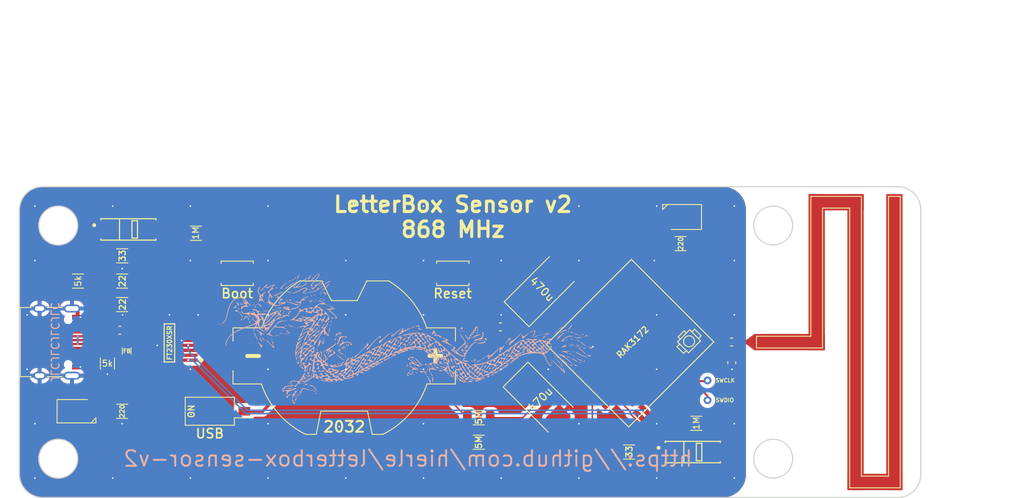
<source format=kicad_pcb>
(kicad_pcb (version 20221018) (generator pcbnew)
  (layers (0 "F.Cu" signal) (31 "B.Cu" signal) (34 "B.Paste" user) (35 "F.Paste" user) (36 "B.SilkS" user "B.Silkscreen") (37 "F.SilkS" user "F.Silkscreen") (38 "B.Mask" user) (39 "F.Mask" user) (44 "Edge.Cuts" user))
  (net 0 "")
  (net 1 "+3V3")
  (net 2 "Net-(AE1-A)")
  (net 3 "Net-(D1-LED_A)")
  (net 4 "Net-(D2-A)")
  (net 5 "GND")
  (net 6 "Net-(D3-LED_A)")
  (net 7 "RST")
  (net 8 "MOSI")
  (net 9 "SCK")
  (net 10 "MISO")
  (net 11 "SWDIO")
  (net 12 "SWCLK")
  (net 13 "SCL")
  (net 14 "ANT")
  (net 15 "SDA")
  (net 16 "RX")
  (net 17 "TX")
  (net 18 "NSS")
  (net 19 "GPIO1")
  (net 20 "GPIO2")
  (net 21 "GPIO3")
  (net 22 "GPIO4")
  (net 23 "FTDVCC")
  (net 27 "Net-(FB1-Pad2)")
  (net 28 "CC1")
  (net 30 "Net-(U3-USBDP)")
  (net 31 "Net-(U3-USBDM)")
  (net 32 "DP")
  (net 33 "DM")
  (net 35 "BOOT")
  (net 38 "3V3USB")
  (net 39 "CBUS1")
  (net 42 "CC2")
  (net 44 "ADC4")
  (net 45 "GPIO5")
  (net 47 "ADC2")
  (net 48 "GPIO6")
  (net 49 "ADC3")
  (net 50 "Net-(D4-A)")
  (footprint "Letterbox_Sensor:Broadcom-HSDL-9100-021-0-0-MFG" (layer "F.Cu") (at 114.0254 72.9996)
    (fp_text reference "D1" hide)
    (fp_text value "HSDL-9100" hide)
    (pad "1" smd rect (at -2.75 -0.55) (size 2.6 0.6) (layers "F.Cu") (net 3 "Net-(D1-LED_A)"))
    (pad "2" smd rect (at -2.75 0.55) (size 2.6 0.6) (layers "F.Cu") (net 5 "GND"))
    (pad "3" smd rect (at 2.75 0.55) (size 2.6 0.6) (layers "F.Cu" "F.Paste" "F.Mask") (net 44 "ADC4"))
    (pad "4" smd rect (at 2.75 -0.55) (size 2.6 0.6) (layers "F.Cu" "F.Paste" "F.Mask") (net 22 "GPIO4"))
  )
  (footprint "Resistor_SMD:R_1206_3216Metric" (layer "F.Cu") (at 113.225 76.4)
    (fp_text reference "R1")
    (fp_text value "33" (at 0.035 -0.004 90) (layer "F.SilkS") (effects (font (size 0.8 0.8) (thickness 0.15) bold)))
    (pad "1" smd roundrect (at -1.4625 0) (size 1.125 1.75) (layers "F.Cu" "F.Paste" "F.Mask") (roundrect_rratio 0.2222222222) (net 3 "Net-(D1-LED_A)"))
    (pad "2" smd roundrect (at 1.4625 0) (size 1.125 1.75) (layers "F.Cu" "F.Paste" "F.Mask") (roundrect_rratio 0.2222222222) (net 21 "GPIO3"))
  )
  (footprint "Resistor_SMD:R_1206_3216Metric" (layer "F.Cu") (at 185.075 74.825 180)
    (fp_text reference "R2")
    (fp_text value "220" (at -0.031 -0.005 90) (layer "F.SilkS") (effects (font (size 0.6 0.6) (thickness 0.125))))
    (pad "1" smd roundrect (at -1.4625 0 180) (size 1.125 1.75) (layers "F.Cu" "F.Paste" "F.Mask") (roundrect_rratio 0.2222222222) (net 45 "GPIO5"))
    (pad "2" smd roundrect (at 1.4625 0 180) (size 1.125 1.75) (layers "F.Cu" "F.Paste" "F.Mask") (roundrect_rratio 0.2222222222) (net 4 "Net-(D2-A)"))
  )
  (footprint "Letterbox_Sensor:LED_PLCC_2835_Handsoldering" (layer "F.Cu") (at 185.2746 71.4 180)
    (fp_text reference "D2" hide)
    (fp_text value "LED")
    (pad "1" smd rect (at -1.05 0 180) (size 2.5 2.2) (layers "F.Cu" "F.Paste" "F.Mask") (net 5 "GND"))
    (pad "2" smd rect (at 1.525 0 180) (size 1.55 2.2) (layers "F.Cu" "F.Paste" "F.Mask") (net 4 "Net-(D2-A)"))
  )
  (footprint "Capacitor_SMD:C_0603_1608Metric_Pad1.08x0.95mm_HandSolder" (layer "F.Cu") (at 191.6692 90.15 -90)
    (fp_text reference "C1")
    (fp_text value "2.7pF")
    (pad "1" smd roundrect (at -0.8625 0 270) (size 1.075 0.95) (layers "F.Cu" "F.Paste" "F.Mask") (net 14 "ANT"))
    (pad "2" smd roundrect (at 0.8625 0 270) (size 1.075 0.95) (layers "F.Cu" "F.Paste" "F.Mask") (net 5 "GND"))
  )
  (footprint "Inductor_SMD:L_0603_1608Metric" (layer "F.Cu") (at 191.6692 87.4936 180)
    (fp_text reference "L1")
    (fp_text value "1.8nH")
    (pad "1" smd roundrect (at -0.7875 0 180) (size 0.875 0.95) (layers "F.Cu" "F.Paste" "F.Mask") (net 2 "Net-(AE1-A)"))
    (pad "2" smd roundrect (at 0.7875 0 180) (size 0.875 0.95) (layers "F.Cu" "F.Paste" "F.Mask") (net 14 "ANT"))
  )
  (footprint "Letterbox_Sensor:TI-DN024-SL-SHORT" (layer "F.Cu") (at 207.6 87.5 -90)
    (fp_text reference "AE1")
    (fp_text value "Antenna")
    (fp_poly (pts (xy -19 -4) (xy 19 -4) (xy 19 -6) (xy -19 -6)) (stroke (width 0.1)) (fill solid) (layer "F.Cu"))
    (fp_poly (pts (xy -19 -1) (xy -19 6) (xy -17 6) (xy -17 -1)) (stroke (width 0.1)) (fill solid) (layer "F.Cu"))
    (fp_poly (pts (xy -19 6) (xy 1 6) (xy 1 4) (xy -19 4)) (stroke (width 0.1)) (fill solid) (layer "F.Cu"))
    (fp_poly (pts (xy 1 13) (xy -1 13) (xy -1 4) (xy 1 4)) (stroke (width 0.1)) (fill solid) (layer "F.Cu"))
    (fp_poly (pts (xy 1 13) (xy -1 13) (xy -0.25 14) (xy 0.25 14)) (stroke (width 0.1)) (fill solid) (layer "F.Cu"))
    (fp_poly (pts (xy 19 -6) (xy 19 1) (xy 17 1) (xy 17 -6)) (stroke (width 0.1)) (fill solid) (layer "F.Cu"))
    (fp_poly (pts (xy 19 1) (xy -19 1) (xy -19 -1) (xy 19 -1)) (stroke (width 0.1)) (fill solid) (layer "F.Cu"))
    (pad "1" smd rect (at 0 14.2 270) (size 0.6 0.4) (layers "F.Cu") (net 2 "Net-(AE1-A)"))
  )
  (footprint "Letterbox_Sensor:BatteryHolder_MPD_BU2032SM-FH_2032" (layer "F.Cu") (at 141.8 89.275 180)
    (fp_text reference "J1")
    (fp_text value "2032" (at 0 -9.125 180) (layer "F.SilkS") (effects (font (size 1.4 1.4) (thickness 0.25) bold)))
    (fp_text user "+" (at -11.725 -0.125 180 unlocked) (layer "F.SilkS") (effects (font (size 2 2) (thickness 0.5) bold)))
    (fp_text user "-" (at 11.725 -0.15 180 unlocked) (layer "F.SilkS") (effects (font (size 2 2) (thickness 0.5) bold)))
    (pad "1" smd rect (at -14.68 0 180) (size 2.54 3.51) (layers "F.Cu" "F.Paste" "F.Mask") (net 1 "+3V3"))
    (pad "2" smd rect (at 14.68 0 180) (size 2.54 3.51) (layers "F.Cu" "F.Paste" "F.Mask") (net 5 "GND"))
  )
  (footprint "Resistor_SMD:R_1206_3216Metric" (layer "F.Cu") (at 122.725 73.5)
    (fp_text reference "R4")
    (fp_text value "1M" (at -0.046 -0.028 90) (layer "F.SilkS") (effects (font (size 0.8 0.8) (thickness 0.125))))
    (pad "1" smd roundrect (at -1.4625 0) (size 1.125 1.75) (layers "F.Cu" "F.Paste" "F.Mask") (roundrect_rratio 0.2222222222) (net 44 "ADC4"))
    (pad "2" smd roundrect (at 1.4625 0) (size 1.125 1.75) (layers "F.Cu" "F.Paste" "F.Mask") (roundrect_rratio 0.2222222222) (net 5 "GND"))
  )
  (footprint "Letterbox_Sensor:SW_Push_SPST_NO_Alps_SKRK" (layer "F.Cu") (at 155.775 78.65 180)
    (fp_text reference "SW2")
    (fp_text value "Reset" (at 0.025 -2.6 180) (layer "F.SilkS") (effects (font (size 1.2 1.2) (thickness 0.2) bold)))
    (pad "1" smd roundrect (at -2.2 0 180) (size 1 2) (layers "F.Cu" "F.Paste" "F.Mask") (net 7 "RST"))
    (pad "2" smd roundrect (at 2.2 0 180) (size 1 2) (layers "F.Cu" "F.Paste" "F.Mask") (net 5 "GND"))
  )
  (footprint "Resistor_SMD:R_1206_3216Metric" (layer "F.Cu") (at 113.225 79.65)
    (fp_text reference "R12")
    (fp_text value "22" (at 0.0268 0.0016 90) (layer "F.SilkS") (effects (font (size 0.8 0.8) (thickness 0.15) bold)))
    (pad "1" smd roundrect (at -1.4625 0) (size 1.125 1.75) (layers "F.Cu" "F.Paste" "F.Mask") (roundrect_rratio 0.2222222222) (net 32 "DP"))
    (pad "2" smd roundrect (at 1.4625 0) (size 1.125 1.75) (layers "F.Cu" "F.Paste" "F.Mask") (roundrect_rratio 0.2222222222) (net 30 "Net-(U3-USBDP)"))
  )
  (footprint "Letterbox_Sensor:LED_PLCC_2835_Handsoldering" (layer "F.Cu") (at 107.35 96.4)
    (fp_text reference "D4" hide)
    (fp_text value "LED")
    (pad "1" smd rect (at -1.05 0) (size 2.5 2.2) (layers "F.Cu" "F.Paste" "F.Mask") (net 39 "CBUS1"))
    (pad "2" smd rect (at 1.525 0) (size 1.55 2.2) (layers "F.Cu" "F.Paste" "F.Mask") (net 50 "Net-(D4-A)"))
  )
  (footprint "Resistor_SMD:R_1206_3216Metric" (layer "F.Cu") (at 178.45 101.65 180)
    (fp_text reference "R5")
    (fp_text value "33" (at -0.025 0.025 90) (layer "F.SilkS") (effects (font (size 0.8 0.8) (thickness 0.15) bold)))
    (pad "1" smd roundrect (at -1.4625 0 180) (size 1.125 1.75) (layers "F.Cu" "F.Paste" "F.Mask") (roundrect_rratio 0.2222222222) (net 6 "Net-(D3-LED_A)"))
    (pad "2" smd roundrect (at 1.4625 0 180) (size 1.125 1.75) (layers "F.Cu" "F.Paste" "F.Mask") (roundrect_rratio 0.2222222222) (net 19 "GPIO1"))
  )
  (footprint "Resistor_SMD:R_1206_3216Metric" (layer "F.Cu") (at 113.225 96.4 180)
    (fp_text reference "R8")
    (fp_text value "220" (at 0 0 90) (layer "F.SilkS") (effects (font (size 0.6 0.6) (thickness 0.125) bold)))
    (pad "1" smd roundrect (at -1.4625 0 180) (size 1.125 1.75) (layers "F.Cu" "F.Paste" "F.Mask") (roundrect_rratio 0.2222222222) (net 38 "3V3USB"))
    (pad "2" smd roundrect (at 1.4625 0 180) (size 1.125 1.75) (layers "F.Cu" "F.Paste" "F.Mask") (roundrect_rratio 0.2222222222) (net 50 "Net-(D4-A)"))
  )
  (footprint "Capacitor_SMD:C_0603_1608Metric_Pad1.08x0.95mm_HandSolder" (layer "F.Cu") (at 112.925 85.975)
    (fp_text reference "C7")
    (fp_text value "100n")
    (pad "1" smd roundrect (at -0.8625 0) (size 1.075 0.95) (layers "F.Cu" "F.Paste" "F.Mask") (net 5 "GND"))
    (pad "2" smd roundrect (at 0.8625 0) (size 1.075 0.95) (layers "F.Cu" "F.Paste" "F.Mask") (net 23 "FTDVCC"))
  )
  (footprint "Letterbox_Sensor:Broadcom-HSDL-9100-021-0-0-MFG" (layer "F.Cu") (at 186.65 101.65)
    (fp_text reference "D3" hide)
    (fp_text value "HSDL-9100" hide)
    (pad "1" smd rect (at -2.75 -0.55) (size 2.6 0.6) (layers "F.Cu") (net 6 "Net-(D3-LED_A)"))
    (pad "2" smd rect (at -2.75 0.55) (size 2.6 0.6) (layers "F.Cu") (net 5 "GND"))
    (pad "3" smd rect (at 2.75 0.55) (size 2.6 0.6) (layers "F.Cu" "F.Paste" "F.Mask") (net 47 "ADC2"))
    (pad "4" smd rect (at 2.75 -0.55) (size 2.6 0.6) (layers "F.Cu" "F.Paste" "F.Mask") (net 20 "GPIO2"))
  )
  (footprint "Resistor_SMD:R_1206_3216Metric" (layer "F.Cu") (at 159.1125 100.3875)
    (fp_text reference "R14")
    (fp_text value "5M" (at 0 0 90) (layer "F.SilkS") (effects (font (size 0.8 0.8))))
    (pad "1" smd roundrect (at -1.4625 0) (size 1.125 1.75) (layers "F.Cu" "F.Paste" "F.Mask") (roundrect_rratio 0.2222222222) (net 5 "GND"))
    (pad "2" smd roundrect (at 1.4625 0) (size 1.125 1.75) (layers "F.Cu" "F.Paste" "F.Mask") (roundrect_rratio 0.2222222222) (net 49 "ADC3"))
  )
  (footprint "Resistor_SMD:R_1206_3216Metric" (layer "F.Cu") (at 159.1125 97.2375 180)
    (fp_text reference "R11")
    (fp_text value "5M" (at 0 -0.01 90) (layer "F.SilkS") (effects (font (size 0.8 0.8))))
    (pad "1" smd roundrect (at -1.4625 0 180) (size 1.125 1.75) (layers "F.Cu" "F.Paste" "F.Mask") (roundrect_rratio 0.2222222222) (net 49 "ADC3"))
    (pad "2" smd roundrect (at 1.4625 0 180) (size 1.125 1.75) (layers "F.Cu" "F.Paste" "F.Mask") (roundrect_rratio 0.2222222222) (net 1 "+3V3"))
  )
  (footprint "Capacitor_SMD:C_0603_1608Metric_Pad1.08x0.95mm_HandSolder" (layer "F.Cu") (at 161.9 89.65 180)
    (fp_text reference "C5")
    (fp_text value "10u")
    (pad "1" smd roundrect (at -0.8625 0 180) (size 1.075 0.95) (layers "F.Cu" "F.Paste" "F.Mask") (net 1 "+3V3"))
    (pad "2" smd roundrect (at 0.8625 0 180) (size 1.075 0.95) (layers "F.Cu" "F.Paste" "F.Mask") (net 5 "GND"))
  )
  (footprint "Letterbox_Sensor:FTDI-SSOP-16-0-0-IPC_A" (layer "F.Cu") (at 119.3038 87.6025 180)
    (fp_text reference "U3")
    (fp_text value "FT230XSR" (at -0.0254 0 270) (layer "F.SilkS") (effects (font (size 0.6 0.6) (thickness 0.125) bold)))
    (pad "1" smd rect (at -2.413241 -2.2225 180) (size 2.477223 0.426984) (layers "F.Cu" "F.Paste" "F.Mask") (net 16 "RX"))
    (pad "2" smd roundrect (at -2.413241 -1.5875 180) (size 2.477223 0.426984) (layers "F.Cu" "F.Paste" "F.Mask") (roundrect_rratio 0.5))
    (pad "3" smd roundrect (at -2.413241 -0.9525 180) (size 2.477223 0.426984) (layers "F.Cu" "F.Paste" "F.Mask") (roundrect_rratio 0.5) (net 38 "3V3USB"))
    (pad "4" smd roundrect (at -2.413241 -0.3175 180) (size 2.477223 0.426984) (layers "F.Cu" "F.Paste" "F.Mask") (roundrect_rratio 0.5) (net 17 "TX"))
    (pad "5" smd roundrect (at -2.413241 0.3175 180) (size 2.477223 0.426984) (layers "F.Cu" "F.Paste" "F.Mask") (roundrect_rratio 0.5) (net 5 "GND"))
    (pad "6" smd roundrect (at -2.413241 0.9525 180) (size 2.477223 0.426984) (layers "F.Cu" "F.Paste" "F.Mask") (roundrect_rratio 0.5))
    (pad "7" smd roundrect (at -2.413241 1.5875 180) (size 2.477223 0.426984) (layers "F.Cu" "F.Paste" "F.Mask") (roundrect_rratio 0.5))
    (pad "8" smd roundrect (at -2.413241 2.2225 180) (size 2.477223 0.426984) (layers "F.Cu" "F.Paste" "F.Mask") (roundrect_rratio 0.5) (net 30 "Net-(U3-USBDP)"))
    (pad "9" smd roundrect (at 2.413242 2.2225 180) (size 2.477223 0.426984) (layers "F.Cu" "F.Paste" "F.Mask") (roundrect_rratio 0.5) (net 31 "Net-(U3-USBDM)"))
    (pad "10" smd roundrect (at 2.413242 1.5875 180) (size 2.477223 0.426984) (layers "F.Cu" "F.Paste" "F.Mask") (roundrect_rratio 0.5) (net 38 "3V3USB"))
    (pad "11" smd roundrect (at 2.413242 0.9525 180) (size 2.477223 0.426984) (layers "F.Cu" "F.Paste" "F.Mask") (roundrect_rratio 0.5) (net 38 "3V3USB"))
    (pad "12" smd roundrect (at 2.413242 0.3175 180) (size 2.477223 0.426984) (layers "F.Cu" "F.Paste" "F.Mask") (roundrect_rratio 0.5) (net 23 "FTDVCC"))
    (pad "13" smd roundrect (at 2.413242 -0.3175 180) (size 2.477223 0.426984) (layers "F.Cu" "F.Paste" "F.Mask") (roundrect_rratio 0.5) (net 5 "GND"))
    (pad "14" smd roundrect (at 2.413242 -0.9525 180) (size 2.477223 0.426984) (layers "F.Cu" "F.Paste" "F.Mask") (roundrect_rratio 0.5) (net 39 "CBUS1"))
    (pad "15" smd roundrect (at 2.413242 -1.5875 180) (size 2.477223 0.426984) (layers "F.Cu" "F.Paste" "F.Mask") (roundrect_rratio 0.5))
    (pad "16" smd roundrect (at 2.413242 -2.2225 180) (size 2.477223 0.426984) (layers "F.Cu" "F.Paste" "F.Mask") (roundrect_rratio 0.5))
  )
  (footprint "Resistor_SMD:R_1206_3216Metric" (layer "F.Cu") (at 111.325 90.25 90)
    (fp_text reference "R9")
    (fp_text value "5.1k")
    (fp_text user "5k" (at 0 0 unlocked) (layer "F.SilkS") (effects (font (size 0.8 0.8) (thickness 0.125))))
    (pad "1" smd roundrect (at -1.4625 0 90) (size 1.125 1.75) (layers "F.Cu" "F.Paste" "F.Mask") (roundrect_rratio 0.2222222222) (net 5 "GND"))
    (pad "2" smd roundrect (at 1.4625 0 90) (size 1.125 1.75) (layers "F.Cu" "F.Paste" "F.Mask") (roundrect_rratio 0.2222222222) (net 42 "CC2"))
  )
  (footprint "Resistor_SMD:R_1206_3216Metric" (layer "F.Cu") (at 187.1125 97.95)
    (fp_text reference "R7")
    (fp_text value "1M" (at 0 0 90) (layer "F.SilkS") (effects (font (size 0.8 0.8) (thickness 0.125))))
    (pad "1" smd roundrect (at -1.4625 0) (size 1.125 1.75) (layers "F.Cu" "F.Paste" "F.Mask") (roundrect_rratio 0.2222222222) (net 47 "ADC2"))
    (pad "2" smd roundrect (at 1.4625 0) (size 1.125 1.75) (layers "F.Cu" "F.Paste" "F.Mask") (roundrect_rratio 0.2222222222) (net 5 "GND"))
  )
  (footprint "Resistor_SMD:R_1206_3216Metric" (layer "F.Cu") (at 113.225 82.675)
    (fp_text reference "R13")
    (fp_text value "22" (at 0.0552 -0.0094 90) (layer "F.SilkS") (effects (font (size 0.8 0.8) (thickness 0.15) bold)))
    (pad "1" smd roundrect (at -1.4625 0) (size 1.125 1.75) (layers "F.Cu" "F.Paste" "F.Mask") (roundrect_rratio 0.2222222222) (net 33 "DM"))
    (pad "2" smd roundrect (at 1.4625 0) (size 1.125 1.75) (layers "F.Cu" "F.Paste" "F.Mask") (roundrect_rratio 0.2222222222) (net 31 "Net-(U3-USBDM)"))
  )
  (footprint "Letterbox_Sensor:SW_Push_SPST_NO_Alps_SKRK" (layer "F.Cu") (at 128.025 78.65)
    (fp_text reference "SW1")
    (fp_text value "Boot" (at 0 2.6) (layer "F.SilkS") (effects (font (size 1.2 1.2) (thickness 0.2) bold)))
    (pad "1" smd roundrect (at -2.2 0) (size 1 2) (layers "F.Cu" "F.Paste" "F.Mask") (net 35 "BOOT"))
    (pad "2" smd roundrect (at 2.2 0) (size 1 2) (layers "F.Cu" "F.Paste" "F.Mask") (net 1 "+3V3"))
  )
  (footprint "Letterbox_Sensor:USB_C_Receptacle_RAHUC31AUTR" (layer "F.Cu") (at 102.6 87.5 -90)
    (fp_text reference "J2")
    (fp_text value "USB_C_Receptacle")
    (pad "" np_thru_hole circle (at -2.89 -3.68 270) (size 0.65 0.65) (drill 0.65) (layers "F&B.Cu" "*.Mask"))
    (pad "" np_thru_hole circle (at 2.89 -3.68 270) (size 0.65 0.65) (drill 0.65) (layers "F&B.Cu" "*.Mask"))
    (pad "A1" smd rect (at -3.2 -4.895 270) (size 0.6 1.45) (layers "F.Cu" "F.Paste" "F.Mask") (net 5 "GND"))
    (pad "A4" smd rect (at -2.4 -4.895 270) (size 0.6 1.45) (layers "F.Cu" "F.Paste" "F.Mask") (net 27 "Net-(FB1-Pad2)"))
    (pad "A5" smd rect (at -1.25 -4.895 270) (size 0.3 1.45) (layers "F.Cu" "F.Paste" "F.Mask") (net 28 "CC1"))
    (pad "A6" smd rect (at -0.25 -4.895 270) (size 0.3 1.45) (layers "F.Cu" "F.Paste" "F.Mask") (net 32 "DP"))
    (pad "A7" smd rect (at 0.25 -4.895 270) (size 0.3 1.45) (layers "F.Cu" "F.Paste" "F.Mask") (net 33 "DM"))
    (pad "A8" smd rect (at 1.25 -4.895 270) (size 0.3 1.45) (layers "F.Cu" "F.Paste" "F.Mask"))
    (pad "A9" smd rect (at 2.4 -4.895 270) (size 0.6 1.45) (layers "F.Cu" "F.Paste" "F.Mask") (net 27 "Net-(FB1-Pad2)"))
    (pad "A12" smd rect (at 3.2 -4.895 270) (size 0.6 1.45) (layers "F.Cu" "F.Paste" "F.Mask") (net 5 "GND"))
    (pad "B1" smd rect (at 3.2 -4.895 270) (size 0.6 1.45) (layers "F.Cu" "F.Paste" "F.Mask") (net 5 "GND"))
    (pad "B4" smd rect (at 2.4 -4.895 270) (size 0.6 1.45) (layers "F.Cu" "F.Paste" "F.Mask") (net 27 "Net-(FB1-Pad2)"))
    (pad "B5" smd rect (at 1.75 -4.895 270) (size 0.3 1.45) (layers "F.Cu" "F.Paste" "F.Mask") (net 42 "CC2"))
    (pad "B6" smd rect (at 0.75 -4.895 270) (size 0.3 1.45) (layers "F.Cu" "F.Paste" "F.Mask") (net 32 "DP"))
    (pad "B7" smd rect (at -0.75 -4.895 270) (size 0.3 1.45) (layers "F.Cu" "F.Paste" "F.Mask") (net 33 "DM"))
    (pad "B8" smd rect (at -1.75 -4.895 270) (size 0.3 1.45) (layers "F.Cu" "F.Paste" "F.Mask"))
    (pad "B9" smd rect (at -2.4 -4.895 270) (size 0.6 1.45) (layers "F.Cu" "F.Paste" "F.Mask") (net 27 "Net-(FB1-Pad2)"))
    (pad "B12" smd rect (at -3.2 -4.895 270) (size 0.6 1.45) (layers "F.Cu" "F.Paste" "F.Mask") (net 5 "GND"))
    (pad "S1" thru_hole oval (at -4.32 -4.17 270) (size 1 2.1) (drill oval 0.6 1.7) (layers "*.Cu" "*.Mask") (net 5 "GND"))
    (pad "S1" thru_hole oval (at -4.32 0 270) (size 1 1.6) (drill oval 0.6 1.2) (layers "*.Cu" "*.Mask") (net 5 "GND"))
    (pad "S1" thru_hole oval (at 4.32 -4.17 270) (size 1 2.1) (drill oval 0.6 1.7) (layers "*.Cu" "*.Mask") (net 5 "GND"))
    (pad "S1" thru_hole oval (at 4.32 0 270) (size 1 1.6) (drill oval 0.6 1.2) (layers "*.Cu" "*.Mask") (net 5 "GND"))
  )
  (footprint "Capacitor_Tantalum_SMD:CP_EIA-7343-30_AVX-N_Pad2.25x2.55mm_HandSolder" (layer "F.Cu") (at 167.087742 94.912742 -45)
    (fp_text reference "C3")
    (fp_text value "470u" (at -0.05 0.025 45) (layer "F.SilkS"))
    (pad "1" smd roundrect (at -3.2 0 315) (size 2.25 2.55) (layers "F.Cu" "F.Paste" "F.Mask") (roundrect_rratio 0.1111111111) (net 1 "+3V3"))
    (pad "2" smd roundrect (at 3.2 0 315) (size 2.25 2.55) (layers "F.Cu" "F.Paste" "F.Mask") (roundrect_rratio 0.1111111111) (net 5 "GND"))
  )
  (footprint "Capacitor_SMD:C_0603_1608Metric_Pad1.08x0.95mm_HandSolder" (layer "F.Cu") (at 161.9 85.55 180)
    (fp_text reference "C4")
    (fp_text value "100n")
    (pad "1" smd roundrect (at -0.8625 0 180) (size 1.075 0.95) (layers "F.Cu" "F.Paste" "F.Mask") (net 1 "+3V3"))
    (pad "2" smd roundrect (at 0.8625 0 180) (size 1.075 0.95) (layers "F.Cu" "F.Paste" "F.Mask") (net 5 "GND"))
  )
  (footprint "Button_Switch_SMD:SW_DIP_SPSTx01_Slide_Omron_A6S-110x_W8.9mm_P2.54mm" (layer "F.Cu") (at 124.5 96.4 180)
    (fp_text reference "JP1")
    (fp_text value "USB" (at 0 -2.875) (layer "F.SilkS") (effects (font (size 1.2 1.2) (thickness 0.2) bold)))
    (fp_text user "ON" (at 2.375 0 270) (layer "F.SilkS") (effects (font (size 0.8 0.8) (thickness 0.15) bold)))
    (pad "1" smd rect (at -4.45 0 180) (size 1.5 1.1) (layers "F.Cu" "F.Paste" "F.Mask") (net 1 "+3V3"))
    (pad "2" smd rect (at 4.45 0 180) (size 1.5 1.1) (layers "F.Cu" "F.Paste" "F.Mask") (net 38 "3V3USB"))
  )
  (footprint "Inductor_SMD:L_0805_2012Metric_Pad1.05x1.20mm_HandSolder" (layer "F.Cu") (at 113.8 88.65 -90)
    (fp_text reference "FB1" hide)
    (fp_text value "FB" (at -0.0098 -0.0218) (layer "F.SilkS") (effects (font (size 0.5 0.5) (thickness 0.12) bold)))
    (pad "1" smd roundrect (at -1.15 0 270) (size 1.05 1.2) (layers "F.Cu" "F.Paste" "F.Mask") (roundrect_rratio 0.2380952381) (net 23 "FTDVCC"))
    (pad "2" smd roundrect (at 1.15 0 270) (size 1.05 1.2) (layers "F.Cu" "F.Paste" "F.Mask") (roundrect_rratio 0.2380952381) (net 27 "Net-(FB1-Pad2)"))
  )
  (footprint "Resistor_SMD:R_1206_3216Metric" (layer "F.Cu") (at 107.55 79.65)
    (fp_text reference "R10")
    (fp_text value "5.1k")
    (fp_text user "5k" (at 0 0 90 unlocked) (layer "F.SilkS") (effects (font (size 0.8 0.8) (thickness 0.125))))
    (pad "1" smd roundrect (at -1.4625 0) (size 1.125 1.75) (layers "F.Cu" "F.Paste" "F.Mask") (roundrect_rratio 0.2222222222) (net 5 "GND"))
    (pad "2" smd roundrect (at 1.4625 0) (size 1.125 1.75) (layers "F.Cu" "F.Paste" "F.Mask") (roundrect_rratio 0.2222222222) (net 28 "CC1"))
  )
  (footprint "Capacitor_Tantalum_SMD:CP_EIA-7343-30_AVX-N_Pad2.25x2.55mm_HandSolder" (layer "F.Cu") (at 167.225 80.675 45)
    (fp_text reference "C2")
    (fp_text value "470u" (at 0 0.025 135) (layer "F.SilkS"))
    (pad "1" smd roundrect (at -3.2 0 45) (size 2.25 2.55) (layers "F.Cu" "F.Paste" "F.Mask") (roundrect_rratio 0.1111111111) (net 1 "+3V3"))
    (pad "2" smd roundrect (at 3.2 0 45) (size 2.25 2.55) (layers "F.Cu" "F.Paste" "F.Mask") (roundrect_rratio 0.1111111111) (net 5 "GND"))
  )
  (footprint "Letterbox_Sensor:RAK3172" (layer "F.Cu") (at 178.751777 76.859872 -135)
    (fp_text reference "U2")
    (fp_text value "RAK3172" (at 7.41755 -7.650895 45 unlocked) (layer "F.SilkS") (effects (font (size 0.787402 0.787402))))
    (pad "1" smd rect (at 13.5 -14.945 315) (size 1.8 0.7) (layers "F.Cu" "F.Paste" "F.Mask") (net 16 "RX"))
    (pad "2" smd rect (at 12.5 -14.945 315) (size 1.8 0.7) (layers "F.Cu" "F.Paste" "F.Mask") (net 17 "TX"))
    (pad "3" smd rect (at 11.5 -14.945 315) (size 1.8 0.7) (layers "F.Cu" "F.Paste" "F.Mask"))
    (pad "4" smd rect (at 10.5 -14.945 315) (size 1.8 0.7) (layers "F.Cu" "F.Paste" "F.Mask"))
    (pad "5" smd rect (at 9.5 -14.945 315) (size 1.8 0.7) (layers "F.Cu" "F.Paste" "F.Mask"))
    (pad "6" smd rect (at 8.5 -14.945 315) (size 1.8 0.7) (layers "F.Cu" "F.Paste" "F.Mask") (net 20 "GPIO2"))
    (pad "7" smd rect (at 7.5 -14.945 315) (size 1.8 0.7) (layers "F.Cu" "F.Paste" "F.Mask") (net 11 "SWDIO"))
    (pad "8" smd rect (at 6.5 -14.945 315) (size 1.8 0.7) (layers "F.Cu" "F.Paste" "F.Mask") (net 12 "SWCLK"))
    (pad "9" smd rect (at 5.5 -14.945 315) (size 1.8 0.7) (layers "F.Cu" "F.Paste" "F.Mask") (net 13 "SCL"))
    (pad "10" smd rect (at 4.5 -14.945 315) (size 1.8 0.7) (layers "F.Cu" "F.Paste" "F.Mask") (net 15 "SDA"))
    (pad "11" smd rect (at 3.5 -14.945 315) (size 1.8 0.7) (layers "F.Cu" "F.Paste" "F.Mask") (net 5 "GND"))
    (pad "12" smd rect (at 2.5 -14.945 315) (size 1.8 0.7) (layers "F.Cu" "F.Paste" "F.Mask") (net 14 "ANT"))
    (pad "13" smd rect (at 0.365 -6.99 45) (size 1.8 0.7) (layers "F.Cu" "F.Paste" "F.Mask") (net 8 "MOSI"))
    (pad "14" smd rect (at 0.365 -5.99 45) (size 1.8 0.7) (layers "F.Cu" "F.Paste" "F.Mask") (net 10 "MISO"))
    (pad "15" smd rect (at 0.365 -4.99 45) (size 1.8 0.7) (layers "F.Cu" "F.Paste" "F.Mask") (net 9 "SCK"))
    (pad "16" smd rect (at 0.365 -3.99 45) (size 1.8 0.7) (layers "F.Cu" "F.Paste" "F.Mask") (net 18 "NSS"))
    (pad "17" smd rect (at 2.5 -0.145 315) (size 1.8 0.7) (layers "F.Cu" "F.Paste" "F.Mask") (net 5 "GND"))
    (pad "18" smd rect (at 3.5 -0.145 315) (size 1.8 0.7) (layers "F.Cu" "F.Paste" "F.Mask") (net 5 "GND"))
    (pad "19" smd rect (at 4.5 -0.145 315) (size 1.8 0.7) (layers "F.Cu" "F.Paste" "F.Mask") (net 21 "GPIO3"))
    (pad "20" smd rect (at 9.5 -0.145 315) (size 1.8 0.7) (layers "F.Cu" "F.Paste" "F.Mask") (net 22 "GPIO4"))
    (pad "21" smd rect (at 10.5 -0.145 315) (size 1.8 0.7) (layers "F.Cu" "F.Paste" "F.Mask") (net 35 "BOOT"))
    (pad "22" smd rect (at 11.5 -0.145 315) (size 1.8 0.7) (layers "F.Cu" "F.Paste" "F.Mask") (net 7 "RST"))
    (pad "23" smd rect (at 12.5 -0.145 315) (size 1.8 0.7) (layers "F.Cu" "F.Paste" "F.Mask") (net 5 "GND"))
    (pad "24" smd rect (at 13.5 -0.145 315) (size 1.8 0.7) (layers "F.Cu" "F.Paste" "F.Mask") (net 1 "+3V3"))
    (pad "25" smd rect (at 15.165 -3.99 45) (size 1.8 0.7) (layers "F.Cu" "F.Paste" "F.Mask") (net 44 "ADC4"))
    (pad "26" smd rect (at 15.165 -4.99 45) (size 1.8 0.7) (layers "F.Cu" "F.Paste" "F.Mask") (net 49 "ADC3"))
    (pad "27" smd rect (at 15.165 -5.99 45) (size 1.8 0.7) (layers "F.Cu" "F.Paste" "F.Mask") (net 48 "GPIO6"))
    (pad "28" smd rect (at 15.165 -6.99 45) (size 1.8 0.7) (layers "F.Cu" "F.Paste" "F.Mask") (net 5 "GND"))
    (pad "29" smd rect (at 15.165 -7.99 45) (size 1.8 0.7) (layers "F.Cu" "F.Paste" "F.Mask") (net 19 "GPIO1"))
    (pad "30" smd rect (at 15.165 -8.99 45) (size 1.8 0.7) (layers "F.Cu" "F.Paste" "F.Mask") (net 45 "GPIO5"))
    (pad "31" smd rect (at 15.165 -9.99 45) (size 1.8 0.7) (layers "F.Cu" "F.Paste" "F.Mask") (net 47 "ADC2"))
    (pad "32" smd rect (at 15.165 -10.99 45) (size 1.8 0.7) (layers "F.Cu" "F.Paste" "F.Mask"))
  )
  (footprint "Letterbox_Sensor:Dragon" (layer "B.Cu") (at 150 87.175 180)
    (fp_text reference "DRAGON2" hide)
    (fp_text value "dragon-logo" hide)
  )
  (gr_line (start 103 67.5) (end 213 67.5) (stroke (width 0.15)) (layer "Edge.Cuts"))
  (gr_line (start 213 107.5) (end 103 107.5) (stroke (width 0.15)) (layer "Edge.Cuts"))
  (gr_line (start 100 104.5) (end 100 70.5) (stroke (width 0.15)) (layer "Edge.Cuts"))
  (gr_circle (center 197 72.5) (end 197 75) (stroke (width 0.15)) (fill none) (layer "Edge.Cuts"))
  (gr_line (start 216 70.5) (end 216 104.5) (stroke (width 0.15)) (layer "Edge.Cuts"))
  (gr_arc (start 103 107.5) (mid 100.87868 106.62132) (end 100 104.5) (stroke (width 0.15)) (layer "Edge.Cuts"))
  (gr_arc (start 213 67.5) (mid 215.12132 68.37868) (end 216 70.5) (stroke (width 0.15)) (layer "Edge.Cuts"))
  (gr_arc (start 216 104.5) (mid 215.12132 106.62132) (end 213 107.5) (stroke (width 0.15)) (layer "Edge.Cuts"))
  (gr_circle (center 197 102.5) (end 197 105) (stroke (width 0.15)) (fill none) (layer "Edge.Cuts"))
  (gr_circle (center 105 72.5) (end 105 70) (stroke (width 0.15)) (fill none) (layer "Edge.Cuts"))
  (gr_arc (start 100 70.5) (mid 100.87868 68.37868) (end 103 67.5) (stroke (width 0.15)) (layer "Edge.Cuts"))
  (gr_circle (center 105 102.5) (end 105 105) (stroke (width 0.15)) (fill none) (layer "Edge.Cuts"))
  (gr_text "JLCJLCJLCJLC" (at 104.55 87.5 270) (layer "B.SilkS") (effects (font (size 1 1)) (justify mirror)))
  (gr_text "https://github.com/hierle/letterbox-sensor-v2" (at 150 102.5) (layer "B.SilkS") (effects (font (size 2 2) (thickness 0.25)) (justify mirror)))
  (gr_text "SWDIO" (at 190.775 94.975) (layer "F.SilkS") (effects (font (size 0.5 0.5) (thickness 0.1) bold)))
  (gr_text "SWCLK" (at 190.825 92.435) (layer "F.SilkS") (effects (font (size 0.5 0.5) (thickness 0.1) bold)))
  (gr_text "LetterBox Sensor v2\n868 MHz" (at 155.775 71.4) (layer "F.SilkS") (effects (font (size 2 2) (thickness 0.4) bold)))
  (segment (start 131.3 96.4) (end 138.425 89.275) (width 0.4) (layer "F.Cu") (net 1))
  (segment (start 155.3 94.8875) (end 155.3 90.455) (width 0.2) (layer "F.Cu") (net 1))
  (segment (start 161.15 87.6) (end 162.75 87.6) (width 0.6) (layer "F.Cu") (net 1))
  (segment (start 156.48 89.275) (end 157.555 89.275) (width 0.6) (layer "F.Cu") (net 1))
  (segment (start 162.75 87.6) (end 168.175 87.6) (width 0.6) (layer "F.Cu") (net 1))
  (segment (start 155.3 90.455) (end 156.48 89.275) (width 0.2) (layer "F.Cu") (net 1))
  (segment (start 140.875 89.275) (end 156.48 89.275) (width 0.4) (layer "F.Cu") (net 1))
  (segment (start 159.23 87.6) (end 161.15 87.6) (width 0.6) (layer "F.Cu") (net 1))
  (segment (start 168.2 87.625) (end 169.308366 86.516634) (width 0.6) (layer "F.Cu") (net 1))
  (segment (start 169.308366 86.516634) (end 169.308366 86.508344) (width 0.6) (layer "F.Cu") (net 1))
  (segment (start 157.65 97.2375) (end 155.3 94.8875) (width 0.2) (layer "F.Cu") (net 1))
  (segment (start 164.825 91) (end 168.2 87.625) (width 0.6) (layer "F.Cu") (net 1))
  (segment (start 165.737742 82.937742) (end 169.308344 86.508344) (width 0.6) (layer "F.Cu") (net 1))
  (segment (start 168.175 87.6) (end 168.2 87.625) (width 0.4) (layer "F.Cu") (net 1))
  (segment (start 132.7 78.65) (end 138.425 84.375) (width 0.2) (layer "F.Cu") (net 1))
  (segment (start 164.825 92.65) (end 164.825 91) (width 0.6) (layer "F.Cu") (net 1))
  (segment (start 138.425 89.275) (end 140.875 89.275) (width 0.4) (layer "F.Cu") (net 1))
  (segment (start 169.308344 86.508344) (end 169.308366 86.508344) (width 0.6) (layer "F.Cu") (net 1))
  (segment (start 138.425 84.375) (end 138.425 89.275) (width 0.2) (layer "F.Cu") (net 1))
  (segment (start 130.225 78.65) (end 132.7 78.65) (width 0.2) (layer "F.Cu") (net 1))
  (segment (start 157.555 89.275) (end 159.23 87.6) (width 0.6) (layer "F.Cu") (net 1))
  (segment (start 164.962258 82.937742) (end 165.737742 82.937742) (width 0.6) (layer "F.Cu") (net 1))
  (segment (start 162.7625 85.55) (end 162.7625 89.65) (width 0.2) (layer "F.Cu") (net 1))
  (segment (start 128.95 96.4) (end 131.3 96.4) (width 0.4) (layer "F.Cu") (net 1))
  (segment (start 140.85 89.275) (end 140.875 89.275) (width 0.25) (layer "F.Cu") (net 1))
  (segment (start 192.4567 87.4936) (end 194 87.4936) (width 0.6) (layer "F.Cu") (net 2))
  (segment (start 112.925 72.825) (end 112.925 73.975) (width 0.2) (layer "F.Cu") (net 3))
  (segment (start 111.2754 72.4496) (end 112.5496 72.4496) (width 0.2) (layer "F.Cu") (net 3))
  (segment (start 111.7625 75.1375) (end 111.7625 76.4) (width 0.2) (layer "F.Cu") (net 3))
  (segment (start 112.925 73.975) (end 111.7625 75.1375) (width 0.2) (layer "F.Cu") (net 3))
  (segment (start 112.5496 72.4496) (end 112.925 72.825) (width 0.2) (layer "F.Cu") (net 3))
  (segment (start 183.7496 74.6879) (end 183.7496 71.4) (width 0.2) (layer "F.Cu") (net 4))
  (via (at 192 77) (size 0.4) (drill 0.2) (layers "F.Cu" "B.Cu") (net 5))
  (via (at 102 77) (size 0.4) (drill 0.2) (layers "F.Cu" "B.Cu") (net 5))
  (via (at 102 105) (size 0.4) (drill 0.2) (layers "F.Cu" "B.Cu") (net 5))
  (via (at 102 70) (size 0.4) (drill 0.2) (layers "F.Cu" "B.Cu") (net 5))
  (via (at 113.2 98) (size 0.4) (drill 0.2) (layers "F.Cu" "B.Cu") (net 5))
  (via (at 101 84) (size 0.4) (drill 0.2) (layers "F.Cu" "B.Cu") (net 5))
  (via (at 101 91) (size 0.4) (drill 0.2) (layers "F.Cu" "B.Cu") (net 5))
  (via (at 192 84) (size 0.4) (drill 0.2) (layers "F.Cu" "B.Cu") (net 5))
  (via (at 192 105) (size 0.4) (drill 0.2) (layers "F.Cu" "B.Cu") (net 5))
  (via (at 192 98) (size 0.4) (drill 0.2) (layers "F.Cu" "B.Cu") (net 5))
  (via (at 191.7 91) (size 0.4) (drill 0.2) (layers "F.Cu" "B.Cu") (net 5))
  (via (at 182 70) (size 0.4) (drill 0.2) (layers "F.Cu" "B.Cu") (net 5))
  (via (at 172 98) (size 0.4) (drill 0.2) (layers "F.Cu" "B.Cu") (net 5))
  (via (at 117.75 87.925) (size 0.4) (drill 0.2) (layers "F.Cu" "B.Cu") (net 5))
  (via (at 132 77) (size 0.4) (drill 0.2) (layers "F.Cu" "B.Cu") (net 5))
  (via (at 182 91) (size 0.4) (drill 0.2) (layers "F.Cu" "B.Cu") (net 5))
  (via (at 102 98) (size 0.4) (drill 0.2) (layers "F.Cu" "B.Cu") (net 5))
  (via (at 120.875 87.2945) (size 0.4) (drill 0.2) (layers "F.Cu" "B.Cu") (net 5))
  (via (at 122.1 96.8) (size 0.4) (drill 0.2) (layers "F.Cu" "B.Cu") (net 5))
  (via (at 172 77) (size 0.4) (drill 0.2) (layers "F.Cu" "B.Cu") (net 5))
  (via (at 168.05 91) (size 0.4) (drill 0.2) (layers "F.Cu" "B.Cu") (net 5))
  (via (at 152 98) (size 0.4) (drill 0.2) (layers "F.Cu" "B.Cu") (net 5))
  (via (at 152 105) (size 0.4) (drill 0.2) (layers "F.Cu" "B.Cu") (net 5))
  (via (at 112 105) (size 0.4) (drill 0.2) (layers "F.Cu" "B.Cu") (net 5))
  (via (at 113.225 78.05) (size 0.4) (drill 0.2) (layers "F.Cu" "B.Cu") (net 5))
  (via (at 122 91) (size 0.4) (drill 0.2) (layers "F.Cu" "B.Cu") (net 5))
  (via (at 182 105) (size 0.4) (drill 0.2) (layers "F.Cu" "B.Cu") (net 5))
  (via (at 132 84) (size 0.4) (drill 0.2) (layers "F.Cu" "B.Cu") (net 5))
  (via (at 142.975 69.65) (size 0.4) (drill 0.2) (layers "F.Cu" "B.Cu") (net 5))
  (via (at 112 70) (size 0.4) (drill 0.2) (layers "F.Cu" "B.Cu") (net 5))
  (via (at 181.7 77) (size 0.4) (drill 0.2) (layers "F.Cu" "B.Cu") (net 5))
  (via (at 152 77) (size 0.4) (drill 0.2) (layers "F.Cu" "B.Cu") (net 5))
  (via (at 111.325 91.625) (size 0.4) (drill 0.2) (layers "F.Cu" "B.Cu") (net 5))
  (via (at 113.2802 84) (size 0.4) (drill 0.2) (layers "F.Cu" "B.Cu") (net 5))
  (via (at 132 98) (size 0.4) (drill 0.2) (layers "F.Cu" "B.Cu") (net 5))
  (via (at 152 84) (size 0.4) (drill 0.2) (layers "F.Cu" "B.Cu") (net 5))
  (via (at 142 105) (size 0.4) (drill 0.2) (layers "F.Cu" "B.Cu") (net 5))
  (via (at 132 105) (size 0.4) (drill 0.2) (layers "F.Cu" "B.Cu") (net 5))
  (via (at 173.8 88.075) (size 0.4) (drill 0.2) (layers "F.Cu" "B.Cu") (net 5))
  (via (at 119.3038 84) (size 0.4) (drill 0.2) (layers "F.Cu" "B.Cu") (net 5))
  (via (at 132 91) (size 0.4) (drill 0.2) (layers "F.Cu" "B.Cu") (net 5))
  (via (at 107.85 84.295) (size 0.4) (drill 0.2) (layers "F.Cu" "B.Cu") (net 5))
  (via (at 172 70) (size 0.4) (drill 0.2) (layers "F.Cu" "B.Cu") (net 5))
  (via (at 162 77) (size 0.4) (drill 0.2) (layers "F.Cu" "B.Cu") (net 5))
  (via (at 142 91) (size 0.4) (drill 0.2) (layers "F.Cu" "B.Cu") (net 5))
  (via (at 182 84) (size 0.4) (drill 0.2) (layers "F.Cu" "B.Cu") (net 5))
  (via (at 122 105) (size 0.4) (drill 0.2) (layers "F.Cu" "B.Cu") (net 5))
  (via (at 152 91) (size 0.4) (drill 0.2) (layers "F.Cu" "B.Cu") (net 5))
  (via (at 192 70) (size 0.4) (drill 0.2) (layers "F.Cu" "B.Cu") (net 5))
  (via (at 163.975 70) (size 0.4) (drill 0.2) (layers "F.Cu" "B.Cu") (net 5))
  (via (at 162 91) (size 0.4) (drill 0.2) (layers "F.Cu" "B.Cu") (net 5))
  (via (at 182 98) (size 0.4) (drill 0.2) (layers "F.Cu" "B.Cu") (net 5))
  (via (at 152 70) (size 0.4) (drill 0.2) (layers "F.Cu" "B.Cu") (net 5))
  (via (at 162 105) (size 0.4) (drill 0.2) (layers "F.Cu" "B.Cu") (net 5))
  (via (at 132 70) (size 0.4) (drill 0.2) (layers "F.Cu" "B.Cu") (net 5))
  (via (at 141.15 98.375) (size 0.4) (drill 0.2) (layers "F.Cu" "B.Cu") (net 5))
  (via (at 123 84) (size 0.4) (drill 0.2) (layers "F.Cu" "B.Cu") (net 5))
  (via (at 162 84) (size 0.4) (drill 0.2) (layers "F.Cu" "B.Cu") (net 5))
  (via (at 122 77) (size 0.4) (drill 0.2) (layers "F.Cu" "B.Cu") (net 5))
  (via (at 172 105) (size 0.4) (drill 0.2) (layers "F.Cu" "B.Cu") (net 5))
  (via (at 142 84) (size 0.4) (drill 0.2) (layers "F.Cu" "B.Cu") (net 5))
  (via (at 122 70) (size 0.4) (drill 0.2) (layers "F.Cu" "B.Cu") (net 5))
  (via (at 107.85 90.695) (size 0.4) (drill 0.2) (layers "F.Cu" "B.Cu") (net 5))
  (via (at 142 77) (size 0.4) (drill 0.2) (layers "F.Cu" "B.Cu") (net 5))
  (segment (start 183.9 101.1) (end 181.85 101.1) (width 0.2) (layer "F.Cu") (net 6))
  (segment (start 181.85 101.1) (end 181.3 101.65) (width 0.2) (layer "F.Cu") (net 6))
  (segment (start 181.3 101.65) (end 179.9125 101.65) (width 0.2) (layer "F.Cu") (net 6))
  (segment (start 170.245803 83.558547) (end 165.337256 78.65) (width 0.2) (layer "F.Cu") (net 7))
  (segment (start 165.337256 78.65) (end 157.975 78.65) (width 0.2) (layer "F.Cu") (net 7))
  (segment (start 170.245803 84.617354) (end 170.245803 83.558547) (width 0.2) (layer "F.Cu") (net 7))
  (segment (start 170.722579 85.09413) (end 170.245803 84.617354) (width 0.2) (layer "F.Cu") (net 7))
  (segment (start 184.560303 93.275) (end 187.4 93.275) (width 0.25) (layer "F.Cu") (net 11))
  (segment (start 188.55 94.425) (end 188.55 94.975) (width 0.25) (layer "F.Cu") (net 11))
  (segment (start 184.016187 92.730884) (end 184.560303 93.275) (width 0.25) (layer "F.Cu") (net 11))
  (segment (start 187.4 93.275) (end 188.55 94.425) (width 0.25) (layer "F.Cu") (net 11))
  (via (at 188.55 94.975) (size 1) (drill 0.5) (layers "F.Cu" "B.Cu") (net 11))
  (segment (start 185.22507 92.525553) (end 188.459447 92.525553) (width 0.25) (layer "F.Cu") (net 12))
  (segment (start 184.723294 92.023777) (end 185.22507 92.525553) (width 0.25) (layer "F.Cu") (net 12))
  (segment (start 188.459447 92.525553) (end 188.55 92.435) (width 0.25) (layer "F.Cu") (net 12))
  (via (at 188.55 92.435) (size 1) (drill 0.5) (layers "F.Cu" "B.Cu") (net 12))
  (segment (start 185.430401 91.31667) (end 185.430401 91.330401) (width 0.25) (layer "F.Cu") (net 13))
  (segment (start 189.253471 87.4936) (end 190.8817 87.4936) (width 0.6) (layer "F.Cu") (net 14))
  (segment (start 190.8817 88.5) (end 191.6692 89.2875) (width 0.6) (layer "F.Cu") (net 14))
  (segment (start 190.8817 87.4936) (end 190.8817 88.5) (width 0.6) (layer "F.Cu") (net 14))
  (segment (start 187.551721 89.19535) (end 189.253471 87.4936) (width 0.6) (layer "F.Cu") (net 14))
  (via (at 121.725 89.825) (size 0.4) (drill 0.2) (layers "F.Cu" "B.Cu") (net 16))
  (via (at 179.775 97) (size 0.4) (drill 0.2) (layers "F.Cu" "B.Cu") (net 16))
  (segment (start 122.275 89.825) (end 121.725 89.825) (width 0.2) (layer "B.Cu") (net 16))
  (segment (start 129.15 96.7) (end 122.275 89.825) (width 0.2) (layer "B.Cu") (net 16))
  (segment (start 179.775 97) (end 179.475 96.7) (width 0.2) (layer "B.Cu") (net 16))
  (segment (start 179.475 96.7) (end 129.15 96.7) (width 0.2) (layer "B.Cu") (net 16))
  (via (at 121.725 87.925) (size 0.4) (drill 0.2) (layers "F.Cu" "B.Cu") (net 17))
  (via (at 180.5 96.275) (size 0.4) (drill 0.2) (layers "F.Cu" "B.Cu") (net 17))
  (segment (start 180.5 96.275) (end 129.35 96.275) (width 0.2) (layer "B.Cu") (net 17))
  (segment (start 129.35 96.275) (end 121.725 88.65) (width 0.2) (layer "B.Cu") (net 17))
  (segment (start 121.725 88.65) (end 121.725 87.925) (width 0.2) (layer "B.Cu") (net 17))
  (segment (start 173.025 94.325) (end 173.725 95.025) (width 0.2) (layer "F.Cu") (net 19))
  (segment (start 176 101.65) (end 176.9875 101.65) (width 0.2) (layer "F.Cu") (net 19))
  (segment (start 173.025 93.886216) (end 173.025 94.325) (width 0.2) (layer "F.Cu") (net 19))
  (segment (start 173.725 95.025) (end 173.725 99.375) (width 0.2) (layer "F.Cu") (net 19))
  (segment (start 173.678286 93.23293) (end 173.025 93.886216) (width 0.2) (layer "F.Cu") (net 19))
  (segment (start 173.725 99.375) (end 176 101.65) (width 0.2) (layer "F.Cu") (net 19))
  (segment (start 186.525 96.65) (end 186.525 99.709314) (width 0.2) (layer "F.Cu") (net 20))
  (segment (start 183.31299 93.43799) (end 186.525 96.65) (width 0.2) (layer "F.Cu") (net 20))
  (segment (start 187.915686 101.1) (end 189.4 101.1) (width 0.2) (layer "F.Cu") (net 20))
  (segment (start 183.30908 93.43799) (end 183.31299 93.43799) (width 0.2) (layer "F.Cu") (net 20))
  (segment (start 186.525 99.709314) (end 187.915686 101.1) (width 0.2) (layer "F.Cu") (net 20))
  (segment (start 115.064004 71.4246) (end 114.7 71.788604) (width 0.2) (layer "F.Cu") (net 21))
  (segment (start 174.225 82.025) (end 170.975 82.025) (width 0.2) (layer "F.Cu") (net 21))
  (segment (start 160.3746 71.4246) (end 115.064004 71.4246) (width 0.2) (layer "F.Cu") (net 21))
  (segment (start 114.7 76.3625) (end 114.6875 76.375) (width 0.2) (layer "F.Cu") (net 21))
  (segment (start 175.672327 80.144383) (end 175.672327 80.577673) (width 0.2) (layer "F.Cu") (net 21))
  (segment (start 170.975 82.025) (end 160.3746 71.4246) (width 0.2) (layer "F.Cu") (net 21))
  (segment (start 114.7 71.788604) (end 114.7 76.3625) (width 0.2) (layer "F.Cu") (net 21))
  (segment (start 175.672327 80.577673) (end 174.225 82.025) (width 0.2) (layer "F.Cu") (net 21))
  (segment (start 170.818628 83) (end 160.043228 72.2246) (width 0.2) (layer "F.Cu") (net 22))
  (segment (start 171.456876 83) (end 170.818628 83) (width 0.2) (layer "F.Cu") (net 22))
  (segment (start 172.136793 83.679917) (end 171.456876 83) (width 0.2) (layer "F.Cu") (net 22))
  (segment (start 117.0004 72.2246) (end 116.7754 72.4496) (width 0.2) (layer "F.Cu") (net 22))
  (segment (start 160.043228 72.2246) (end 117.0004 72.2246) (width 0.2) (layer "F.Cu") (net 22))
  (segment (start 115.475 87.5) (end 113.8 87.5) (width 0.25) (layer "F.Cu") (net 23))
  (segment (start 115.69 87.285) (end 115.475 87.5) (width 0.25) (layer "F.Cu") (net 23))
  (segment (start 116.890558 87.285) (end 115.69 87.285) (width 0.25) (layer "F.Cu") (net 23))
  (segment (start 113.8125 85.975) (end 113.8125 87.4875) (width 0.2) (layer "F.Cu") (net 23))
  (segment (start 113.725 89.725) (end 113.8 89.8) (width 0.25) (layer "F.Cu") (net 27))
  (segment (start 106.4 89.520051) (end 106.779949 89.9) (width 0.25) (layer "F.Cu") (net 27))
  (segment (start 107.495 85.1) (end 106.8 85.1) (width 0.25) (layer "F.Cu") (net 27))
  (segment (start 106.4 85.5) (end 106.4 86.898959) (width 0.25) (layer "F.Cu") (net 27))
  (segment (start 106.4 88.60104) (end 106.4 89.520051) (width 0.25) (layer "F.Cu") (net 27))
  (segment (start 106.8 85.1) (end 106.4 85.5) (width 0.25) (layer "F.Cu") (net 27))
  (segment (start 107.67 89.725) (end 113.725 89.725) (width 0.25) (layer "F.Cu") (net 27))
  (segment (start 106.779949 89.9) (end 107.495 89.9) (width 0.25) (layer "F.Cu") (net 27))
  (segment (start 106.045 87.253959) (end 106.045 88.24604) (width 0.25) (layer "F.Cu") (net 27))
  (segment (start 107.495 89.9) (end 107.67 89.725) (width 0.25) (layer "F.Cu") (net 27))
  (segment (start 106.045 88.24604) (end 106.4 88.60104) (width 0.25) (layer "F.Cu") (net 27))
  (segment (start 106.4 86.898959) (end 106.045 87.253959) (width 0.25) (layer "F.Cu") (net 27))
  (segment (start 110.175 82.668628) (end 110.175 80.8125) (width 0.2) (layer "F.Cu") (net 28))
  (segment (start 109 83.843628) (end 110.175 82.668628) (width 0.2) (layer "F.Cu") (net 28))
  (segment (start 110.175 80.8125) (end 109.0125 79.65) (width 0.2) (layer "F.Cu") (net 28))
  (segment (start 107.495 86.25) (end 108.52 86.25) (width 0.2) (layer "F.Cu") (net 28))
  (segment (start 108.52 86.25) (end 109 85.77) (width 0.2) (layer "F.Cu") (net 28))
  (segment (start 109 85.77) (end 109 83.843628) (width 0.2) (layer "F.Cu") (net 28))
  (segment (start 114.6875 79.4156) (end 114.6969 79.425) (width 0.2) (layer "F.Cu") (net 30))
  (segment (start 114.6969 79.425) (end 118.15 79.425) (width 0.2) (layer "F.Cu") (net 30))
  (segment (start 121.717041 82.992041) (end 121.717041 85.38) (width 0.2) (layer "F.Cu") (net 30))
  (segment (start 118.15 79.425) (end 121.717041 82.992041) (width 0.2) (layer "F.Cu") (net 30))
  (segment (start 115.9125 82.675) (end 116.890558 83.653058) (width 0.2) (layer "F.Cu") (net 31))
  (segment (start 116.890558 83.653058) (end 116.890558 85.38) (width 0.2) (layer "F.Cu") (net 31))
  (segment (start 114.6875 82.675) (end 115.9125 82.675) (width 0.2) (layer "F.Cu") (net 31))
  (segment (start 111.75 79.65) (end 111.7625 79.65) (width 0.2) (layer "F.Cu") (net 32))
  (segment (start 107.495 87.25) (end 108.383604 87.25) (width 0.2) (layer "F.Cu") (net 32))
  (segment (start 107.495 87.25) (end 106.65 87.25) (width 0.2) (layer "F.Cu") (net 32))
  (segment (start 109.4 84.009314) (end 110.575 82.834314) (width 0.2) (layer "F.Cu") (net 32))
  (segment (start 106.47 88.07) (end 106.65 88.25) (width 0.2) (layer "F.Cu") (net 32))
  (segment (start 108.383604 87.25) (end 109.4 86.233604) (width 0.2) (layer "F.Cu") (net 32))
  (segment (start 110.575 82.834314) (end 110.575 80.825) (width 0.2) (layer "F.Cu") (net 32))
  (segment (start 110.575 80.825) (end 111.75 79.65) (width 0.2) (layer "F.Cu") (net 32))
  (segment (start 109.4 86.233604) (end 109.4 84.009314) (width 0.2) (layer "F.Cu") (net 32))
  (segment (start 106.65 87.25) (end 106.47 87.43) (width 0.2) (layer "F.Cu") (net 32))
  (segment (start 111.7625 79.65) (end 111.7625 79.4156) (width 0.2) (layer "F.Cu") (net 32))
  (segment (start 106.65 88.25) (end 107.495 88.25) (width 0.2) (layer "F.Cu") (net 32))
  (segment (start 106.47 87.43) (end 106.47 88.07) (width 0.2) (layer "F.Cu") (net 32))
  (segment (start 108.44929 87.75) (end 109.8 86.399289) (width 0.2) (layer "F.Cu") (net 33))
  (segment (start 109.8 84.175) (end 111.3 82.675) (width 0.2) (layer "F.Cu") (net 33))
  (segment (start 111.3 82.675) (end 111.7625 82.675) (width 0.2) (layer "F.Cu") (net 33))
  (segment (start 111.7625 82.675) (end 111.7625 82.425) (width 0.2) (layer "F.Cu") (net 33))
  (segment (start 109.8 86.399289) (end 109.8 84.175) (width 0.2) (layer "F.Cu") (net 33))
  (segment (start 107.495 87.75) (end 108.44929 87.75) (width 0.2) (layer "F.Cu") (net 33))
  (via (at 107.5 86.75) (size 0.25) (drill 0.125) (layers "F.Cu" "B.Cu") (net 33))
  (via (at 107.497451 87.753742) (size 0.25) (drill 0.125) (layers "F.Cu" "B.Cu") (net 33))
  (segment (start 107.497451 86.752549) (end 107.497451 87.753742) (width 0.25) (layer "B.Cu") (net 33))
  (segment (start 107.5 86.75) (end 107.497451 86.752549) (width 0.25) (layer "B.Cu") (net 33))
  (segment (start 171.429686 84.387024) (end 171.429686 84.176744) (width 0.2) (layer "F.Cu") (net 35))
  (segment (start 129.1504 72.6246) (end 125.825 75.95) (width 0.2) (layer "F.Cu") (net 35))
  (segment (start 171.429686 84.176744) (end 159.877542 72.6246) (width 0.2) (layer "F.Cu") (net 35))
  (segment (start 125.825 75.95) (end 125.825 78.65) (width 0.2) (layer "F.Cu") (net 35))
  (segment (start 159.877542 72.6246) (end 129.1504 72.6246) (width 0.2) (layer "F.Cu") (net 35))
  (segment (start 120.05 96.4) (end 114.6875 96.4) (width 0.2) (layer "F.Cu") (net 38))
  (segment (start 116.890558 86.65) (end 116.890558 86.015) (width 0.4) (layer "F.Cu") (net 38))
  (segment (start 118.554313 86.65) (end 116.890558 86.65) (width 0.4) (layer "F.Cu") (net 38))
  (segment (start 120.05 96.4) (end 120.05 88.964313) (width 0.4) (layer "F.Cu") (net 38))
  (segment (start 121.717041 88.555) (end 120.459313 88.555) (width 0.4) (layer "F.Cu") (net 38))
  (segment (start 120.05 88.964313) (end 120.459313 88.555) (width 0.4) (layer "F.Cu") (net 38))
  (segment (start 120.459313 88.555) (end 118.554313 86.65) (width 0.4) (layer "F.Cu") (net 38))
  (segment (start 109 93.85) (end 106.45 96.4) (width 0.2) (layer "F.Cu") (net 39))
  (segment (start 115.774252 88.555) (end 115.325 89.004252) (width 0.2) (layer "F.Cu") (net 39))
  (segment (start 115.325 89.004252) (end 115.325 91.65) (width 0.2) (layer "F.Cu") (net 39))
  (segment (start 113.125 93.85) (end 109 93.85) (width 0.2) (layer "F.Cu") (net 39))
  (segment (start 106.45 96.4) (end 106.3 96.4) (width 0.2) (layer "F.Cu") (net 39))
  (segment (start 115.325 91.65) (end 113.125 93.85) (width 0.2) (layer "F.Cu") (net 39))
  (segment (start 116.890558 88.555) (end 115.774252 88.555) (width 0.2) (layer "F.Cu") (net 39))
  (segment (start 110.8625 89.25) (end 111.325 88.7875) (width 0.2) (layer "F.Cu") (net 42))
  (segment (start 107.495 89.25) (end 110.8625 89.25) (width 0.2) (layer "F.Cu") (net 42))
  (segment (start 171.9 82.45) (end 170.834314 82.45) (width 0.2) (layer "F.Cu") (net 44))
  (segment (start 173.375 83.925) (end 171.9 82.45) (width 0.2) (layer "F.Cu") (net 44))
  (segment (start 170.834314 82.45) (end 160.208914 71.8246) (width 0.2) (layer "F.Cu") (net 44))
  (segment (start 160.208914 71.8246) (end 115.3004 71.8246) (width 0.2) (layer "F.Cu") (net 44))
  (segment (start 116.7754 73.5496) (end 117.9004 73.5496) (width 0.2) (layer "F.Cu") (net 44))
  (segment (start 117.9004 73.5496) (end 118.8254 72.6246) (width 0.2) (layer "F.Cu") (net 44))
  (segment (start 115.4496 73.5496) (end 116.7754 73.5496) (width 0.2) (layer "F.Cu") (net 44))
  (segment (start 170.849859 90.404502) (end 172.8 88.454361) (width 0.2) (layer "F.Cu") (net 44))
  (segment (start 115.3004 71.8246) (end 115.1 72.025) (width 0.2) (layer "F.Cu") (net 44))
  (segment (start 115.1 73.2) (end 115.4496 73.5496) (width 0.2) (layer "F.Cu") (net 44))
  (segment (start 119.9496 72.6246) (end 120.825 73.5) (width 0.2) (layer "F.Cu") (net 44))
  (segment (start 172.8 84.825) (end 173.375 84.25) (width 0.2) (layer "F.Cu") (net 44))
  (segment (start 173.375 84.25) (end 173.375 83.925) (width 0.2) (layer "F.Cu") (net 44))
  (segment (start 172.8 88.454361) (end 172.8 84.825) (width 0.2) (layer "F.Cu") (net 44))
  (segment (start 118.8254 72.6246) (end 119.9496 72.6246) (width 0.2) (layer "F.Cu") (net 44))
  (segment (start 120.825 73.5) (end 121.2625 73.5) (width 0.2) (layer "F.Cu") (net 44))
  (segment (start 115.1 72.025) (end 115.1 73.2) (width 0.2) (layer "F.Cu") (net 44))
  (segment (start 186.5375 81.7875) (end 186.5375 74.825) (width 0.2) (layer "F.Cu") (net 45))
  (segment (start 174.385393 93.940036) (end 174.385393 93.939607) (width 0.2) (layer "F.Cu") (net 45))
  (segment (start 174.385393 93.939607) (end 186.5375 81.7875) (width 0.2) (layer "F.Cu") (net 45))
  (segment (start 178.589663 96.708881) (end 182.355782 100.475) (width 0.2) (layer "F.Cu") (net 47))
  (segment (start 186.725 100.475) (end 188.45 102.2) (width 0.2) (layer "F.Cu") (net 47))
  (segment (start 186.125 99.875) (end 186.125 98.425) (width 0.2) (layer "F.Cu") (net 47))
  (segment (start 175.589642 94.15) (end 176.325 94.15) (width 0.2) (layer "F.Cu") (net 47))
  (segment (start 186.125 98.425) (end 185.65 97.95) (width 0.2) (layer "F.Cu") (net 47))
  (segment (start 186.725 100.475) (end 186.125 99.875) (width 0.2) (layer "F.Cu") (net 47))
  (segment (start 175.092499 94.647143) (end 175.589642 94.15) (width 0.2) (layer "F.Cu") (net 47))
  (segment (start 176.325 94.15) (end 178.589663 96.414663) (width 0.2) (layer "F.Cu") (net 47))
  (segment (start 178.589663 96.414663) (end 178.589663 96.708881) (width 0.2) (layer "F.Cu") (net 47))
  (segment (start 182.355782 100.475) (end 186.725 100.475) (width 0.2) (layer "F.Cu") (net 47))
  (segment (start 188.45 102.2) (end 189.4 102.2) (width 0.2) (layer "F.Cu") (net 47))
  (segment (start 169.068575 93.6) (end 171.556966 91.111609) (width 0.2) (layer "F.Cu") (net 49))
  (segment (start 164.7625 97.2375) (end 168.4 93.6) (width 0.2) (layer "F.Cu") (net 49))
  (segment (start 160.575 97.2375) (end 164.7625 97.2375) (width 0.2) (layer "F.Cu") (net 49))
  (segment (start 168.4 93.6) (end 169.068575 93.6) (width 0.2) (layer "F.Cu") (net 49))
  (segment (start 160.575 100.3875) (end 160.575 97.2125) (width 0.2) (layer "F.Cu") (net 49))
  (segment (start 111.7625 96.4) (end 108.875 96.4) (width 0.2) (layer "F.Cu") (net 50))
  (zone (net 5) (net_name "GND") (layer "F.Cu") (connect_pads (clearance 0.508)) (min_thickness 0.254) (fill yes (thermal_gap 0.508) (thermal_bridge_width 0.508) (smoothing fillet) (radius 3))
    (polygon (pts (xy 100.0268 67.531) (xy 193.5 67.469) (xy 193.5 107.4928) (xy 100 107.5)))
  )
  (zone (net 5) (net_name "GND") (layer "B.Cu") (connect_pads (clearance 0.508)) (min_thickness 0.254) (fill yes (thermal_gap 0.508) (thermal_bridge_width 0.508) (smoothing fillet) (radius 3))
    (polygon (pts (xy 193.5 67.5) (xy 193.5 107.5) (xy 100 107.5) (xy 100 67.435)))
  )
)
</source>
